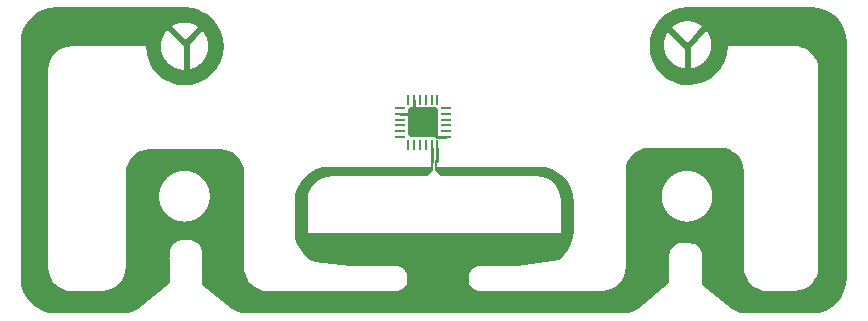
<source format=gbr>
G04 #@! TF.GenerationSoftware,KiCad,Pcbnew,6.0.9-8da3e8f707~117~ubuntu20.04.1*
G04 #@! TF.CreationDate,2022-12-15T16:30:04+01:00*
G04 #@! TF.ProjectId,picsyle-R_temperature_915,70696373-796c-4652-9d52-5f74656d7065,rev?*
G04 #@! TF.SameCoordinates,Original*
G04 #@! TF.FileFunction,Copper,L1,Top*
G04 #@! TF.FilePolarity,Positive*
%FSLAX46Y46*%
G04 Gerber Fmt 4.6, Leading zero omitted, Abs format (unit mm)*
G04 Created by KiCad (PCBNEW 6.0.9-8da3e8f707~117~ubuntu20.04.1) date 2022-12-15 16:30:04*
%MOMM*%
%LPD*%
G01*
G04 APERTURE LIST*
G04 Aperture macros list*
%AMRoundRect*
0 Rectangle with rounded corners*
0 $1 Rounding radius*
0 $2 $3 $4 $5 $6 $7 $8 $9 X,Y pos of 4 corners*
0 Add a 4 corners polygon primitive as box body*
4,1,4,$2,$3,$4,$5,$6,$7,$8,$9,$2,$3,0*
0 Add four circle primitives for the rounded corners*
1,1,$1+$1,$2,$3*
1,1,$1+$1,$4,$5*
1,1,$1+$1,$6,$7*
1,1,$1+$1,$8,$9*
0 Add four rect primitives between the rounded corners*
20,1,$1+$1,$2,$3,$4,$5,0*
20,1,$1+$1,$4,$5,$6,$7,0*
20,1,$1+$1,$6,$7,$8,$9,0*
20,1,$1+$1,$8,$9,$2,$3,0*%
G04 Aperture macros list end*
G04 #@! TA.AperFunction,SMDPad,CuDef*
%ADD10R,0.175000X0.500000*%
G04 #@! TD*
G04 #@! TA.AperFunction,SMDPad,CuDef*
%ADD11RoundRect,0.062500X0.062500X-0.350000X0.062500X0.350000X-0.062500X0.350000X-0.062500X-0.350000X0*%
G04 #@! TD*
G04 #@! TA.AperFunction,SMDPad,CuDef*
%ADD12R,0.250000X0.825000*%
G04 #@! TD*
G04 #@! TA.AperFunction,SMDPad,CuDef*
%ADD13RoundRect,0.062500X0.350000X-0.062500X0.350000X0.062500X-0.350000X0.062500X-0.350000X-0.062500X0*%
G04 #@! TD*
G04 #@! TA.AperFunction,SMDPad,CuDef*
%ADD14RoundRect,0.240000X1.010000X-1.010000X1.010000X1.010000X-1.010000X1.010000X-1.010000X-1.010000X0*%
G04 #@! TD*
G04 #@! TA.AperFunction,Conductor*
%ADD15C,0.250000*%
G04 #@! TD*
G04 APERTURE END LIST*
G36*
X68599000Y-38796000D02*
G01*
X68586000Y-38672000D01*
X68599000Y-38539000D01*
X68599000Y-38796000D01*
G37*
G36*
X44942000Y-38559000D02*
G01*
X44955000Y-38679000D01*
X44941000Y-38817000D01*
X44941000Y-38539000D01*
X44942000Y-38559000D01*
G37*
G36*
X32334000Y-25596000D02*
G01*
X32333000Y-25594000D01*
X32329000Y-25590000D01*
X32327000Y-25589000D01*
X32325000Y-25589000D01*
X32323000Y-25588000D01*
X26063000Y-25588000D01*
X25675000Y-25629000D01*
X25674000Y-25629000D01*
X25673000Y-25630000D01*
X25300000Y-25745000D01*
X25299000Y-25746000D01*
X25297000Y-25746000D01*
X24954000Y-25932000D01*
X24953000Y-25933000D01*
X24952000Y-25933000D01*
X24651000Y-26182000D01*
X24649000Y-26184000D01*
X24403000Y-26486000D01*
X24401000Y-26488000D01*
X24401000Y-26489000D01*
X24218000Y-26833000D01*
X24217000Y-26834000D01*
X24217000Y-26836000D01*
X24104000Y-27209000D01*
X24104000Y-27212000D01*
X24066000Y-27600000D01*
X24065000Y-27601000D01*
X24065000Y-44313000D01*
X24066000Y-44327000D01*
X24066000Y-44328000D01*
X24106000Y-44716000D01*
X24107000Y-44717000D01*
X24107000Y-44719000D01*
X24222000Y-45091000D01*
X24223000Y-45093000D01*
X24223000Y-45094000D01*
X24409000Y-45437000D01*
X24410000Y-45438000D01*
X24410000Y-45439000D01*
X24659000Y-45740000D01*
X24661000Y-45742000D01*
X24964000Y-45989000D01*
X24965000Y-45989000D01*
X24966000Y-45990000D01*
X25310000Y-46173000D01*
X25311000Y-46174000D01*
X25313000Y-46174000D01*
X25686000Y-46287000D01*
X25688000Y-46287000D01*
X25689000Y-46288000D01*
X26077000Y-46326000D01*
X28651000Y-46326000D01*
X29039000Y-46285000D01*
X29040000Y-46285000D01*
X29041000Y-46284000D01*
X29414000Y-46169000D01*
X29415000Y-46168000D01*
X29417000Y-46168000D01*
X29760000Y-45982000D01*
X29761000Y-45982000D01*
X29762000Y-45981000D01*
X30063000Y-45732000D01*
X30065000Y-45730000D01*
X30311000Y-45428000D01*
X30313000Y-45426000D01*
X30313000Y-45425000D01*
X30496000Y-45081000D01*
X30497000Y-45080000D01*
X30497000Y-45078000D01*
X30610000Y-44705000D01*
X30610000Y-44702000D01*
X30649000Y-44314000D01*
X30649000Y-38305000D01*
X33468000Y-38305000D01*
X33468300Y-38342400D01*
X33469300Y-38379800D01*
X33470900Y-38417200D01*
X33473200Y-38454500D01*
X33476200Y-38491800D01*
X33479700Y-38529000D01*
X33484000Y-38566200D01*
X33488900Y-38603200D01*
X33494400Y-38640200D01*
X33500600Y-38677100D01*
X33507400Y-38713900D01*
X33514800Y-38750600D01*
X33522900Y-38787100D01*
X33531700Y-38823400D01*
X33541000Y-38859600D01*
X33551000Y-38895700D01*
X33561600Y-38931600D01*
X33572900Y-38967200D01*
X33584800Y-39002700D01*
X33597200Y-39037900D01*
X33610300Y-39073000D01*
X33624000Y-39107800D01*
X33638400Y-39142300D01*
X33653300Y-39176600D01*
X33668800Y-39210700D01*
X33684900Y-39244400D01*
X33701600Y-39277900D01*
X33718800Y-39311100D01*
X33736700Y-39343900D01*
X33755100Y-39376500D01*
X33774100Y-39408700D01*
X33793600Y-39440600D01*
X33813700Y-39472200D01*
X33834400Y-39503400D01*
X33855600Y-39534200D01*
X33877300Y-39564600D01*
X33899500Y-39594700D01*
X33922300Y-39624400D01*
X33945600Y-39653600D01*
X33969400Y-39682500D01*
X33993700Y-39710900D01*
X34018400Y-39738900D01*
X34043700Y-39766500D01*
X34069500Y-39793700D01*
X34095700Y-39820300D01*
X34122300Y-39846500D01*
X34149500Y-39872300D01*
X34177100Y-39897600D01*
X34205100Y-39922300D01*
X34233500Y-39946600D01*
X34262400Y-39970400D01*
X34291600Y-39993700D01*
X34321300Y-40016500D01*
X34351400Y-40038700D01*
X34381800Y-40060400D01*
X34412600Y-40081600D01*
X34443800Y-40102300D01*
X34475400Y-40122400D01*
X34507300Y-40141900D01*
X34539500Y-40160900D01*
X34572100Y-40179300D01*
X34604900Y-40197200D01*
X34638100Y-40214400D01*
X34671600Y-40231100D01*
X34705300Y-40247200D01*
X34739400Y-40262700D01*
X34773700Y-40277600D01*
X34808200Y-40292000D01*
X34843000Y-40305700D01*
X34878100Y-40318800D01*
X34913300Y-40331200D01*
X34948800Y-40343100D01*
X34984400Y-40354400D01*
X35020300Y-40365000D01*
X35056400Y-40375000D01*
X35092600Y-40384300D01*
X35128900Y-40393100D01*
X35165400Y-40401200D01*
X35202100Y-40408600D01*
X35238900Y-40415400D01*
X35275800Y-40421600D01*
X35312800Y-40427100D01*
X35349800Y-40432000D01*
X35387000Y-40436300D01*
X35424200Y-40439800D01*
X35461500Y-40442800D01*
X35498800Y-40445100D01*
X35536200Y-40446700D01*
X35573600Y-40447700D01*
X35611000Y-40448000D01*
X35648400Y-40447700D01*
X35685800Y-40446700D01*
X35723200Y-40445100D01*
X35760500Y-40442800D01*
X35797800Y-40439800D01*
X35835000Y-40436300D01*
X35872200Y-40432000D01*
X35909200Y-40427100D01*
X35946200Y-40421600D01*
X35983100Y-40415400D01*
X36019900Y-40408600D01*
X36056600Y-40401200D01*
X36093100Y-40393100D01*
X36129400Y-40384300D01*
X36165600Y-40375000D01*
X36201700Y-40365000D01*
X36237600Y-40354400D01*
X36273200Y-40343100D01*
X36308700Y-40331200D01*
X36343900Y-40318800D01*
X36379000Y-40305700D01*
X36413800Y-40292000D01*
X36448300Y-40277600D01*
X36482600Y-40262700D01*
X36516700Y-40247200D01*
X36550400Y-40231100D01*
X36583900Y-40214400D01*
X36617100Y-40197200D01*
X36649900Y-40179300D01*
X36682500Y-40160900D01*
X36714700Y-40141900D01*
X36746600Y-40122400D01*
X36778200Y-40102300D01*
X36809400Y-40081600D01*
X36840200Y-40060400D01*
X36870600Y-40038700D01*
X36900700Y-40016500D01*
X36930400Y-39993700D01*
X36959600Y-39970400D01*
X36988500Y-39946600D01*
X37016900Y-39922300D01*
X37044900Y-39897600D01*
X37072500Y-39872300D01*
X37099700Y-39846500D01*
X37126300Y-39820300D01*
X37152500Y-39793700D01*
X37178300Y-39766500D01*
X37203600Y-39738900D01*
X37228300Y-39710900D01*
X37252600Y-39682500D01*
X37276400Y-39653600D01*
X37299700Y-39624400D01*
X37322500Y-39594700D01*
X37344700Y-39564600D01*
X37366400Y-39534200D01*
X37387600Y-39503400D01*
X37408300Y-39472200D01*
X37428400Y-39440600D01*
X37447900Y-39408700D01*
X37466900Y-39376500D01*
X37485300Y-39343900D01*
X37503200Y-39311100D01*
X37520400Y-39277900D01*
X37537100Y-39244400D01*
X37553200Y-39210700D01*
X37568700Y-39176600D01*
X37583600Y-39142300D01*
X37598000Y-39107800D01*
X37611700Y-39073000D01*
X37624800Y-39037900D01*
X37637200Y-39002700D01*
X37649100Y-38967200D01*
X37660400Y-38931600D01*
X37671000Y-38895700D01*
X37681000Y-38859600D01*
X37690300Y-38823400D01*
X37699100Y-38787100D01*
X37707200Y-38750600D01*
X37714600Y-38713900D01*
X37721400Y-38677100D01*
X37727600Y-38640200D01*
X37733100Y-38603200D01*
X37738000Y-38566200D01*
X37742300Y-38529000D01*
X37745800Y-38491800D01*
X37748800Y-38454500D01*
X37751100Y-38417200D01*
X37752700Y-38379800D01*
X37753700Y-38342400D01*
X37754000Y-38305000D01*
X37753700Y-38267600D01*
X37752700Y-38230200D01*
X37751100Y-38192800D01*
X37748800Y-38155500D01*
X37745800Y-38118200D01*
X37742300Y-38081000D01*
X37738000Y-38043800D01*
X37733100Y-38006800D01*
X37727600Y-37969800D01*
X37721400Y-37932900D01*
X37714600Y-37896100D01*
X37707200Y-37859400D01*
X37699100Y-37822900D01*
X37690300Y-37786600D01*
X37681000Y-37750400D01*
X37671000Y-37714300D01*
X37660400Y-37678400D01*
X37649100Y-37642800D01*
X37637200Y-37607300D01*
X37624800Y-37572100D01*
X37611700Y-37537000D01*
X37598000Y-37502200D01*
X37583600Y-37467700D01*
X37568700Y-37433400D01*
X37553200Y-37399300D01*
X37537100Y-37365600D01*
X37520400Y-37332100D01*
X37503200Y-37298900D01*
X37485300Y-37266100D01*
X37466900Y-37233500D01*
X37447900Y-37201300D01*
X37428400Y-37169400D01*
X37408300Y-37137800D01*
X37387600Y-37106600D01*
X37366400Y-37075800D01*
X37344700Y-37045400D01*
X37322500Y-37015300D01*
X37299700Y-36985600D01*
X37276400Y-36956400D01*
X37252600Y-36927500D01*
X37228300Y-36899100D01*
X37203600Y-36871100D01*
X37178300Y-36843500D01*
X37152500Y-36816300D01*
X37126300Y-36789700D01*
X37099700Y-36763500D01*
X37072500Y-36737700D01*
X37044900Y-36712400D01*
X37016900Y-36687700D01*
X36988500Y-36663400D01*
X36959600Y-36639600D01*
X36930400Y-36616300D01*
X36900700Y-36593500D01*
X36870600Y-36571300D01*
X36840200Y-36549600D01*
X36809400Y-36528400D01*
X36778200Y-36507700D01*
X36746600Y-36487600D01*
X36714700Y-36468100D01*
X36682500Y-36449100D01*
X36649900Y-36430700D01*
X36617100Y-36412800D01*
X36583900Y-36395600D01*
X36550400Y-36378900D01*
X36516700Y-36362800D01*
X36482600Y-36347300D01*
X36448300Y-36332400D01*
X36413800Y-36318000D01*
X36379000Y-36304300D01*
X36343900Y-36291200D01*
X36308700Y-36278800D01*
X36273200Y-36266900D01*
X36237600Y-36255600D01*
X36201700Y-36245000D01*
X36165600Y-36235000D01*
X36129400Y-36225700D01*
X36093100Y-36216900D01*
X36056600Y-36208800D01*
X36019900Y-36201400D01*
X35983100Y-36194600D01*
X35946200Y-36188400D01*
X35909200Y-36182900D01*
X35872200Y-36178000D01*
X35835000Y-36173700D01*
X35797800Y-36170200D01*
X35760500Y-36167200D01*
X35723200Y-36164900D01*
X35685800Y-36163300D01*
X35648400Y-36162300D01*
X35611000Y-36162000D01*
X35573600Y-36162300D01*
X35536200Y-36163300D01*
X35498800Y-36164900D01*
X35461500Y-36167200D01*
X35424200Y-36170200D01*
X35387000Y-36173700D01*
X35349800Y-36178000D01*
X35312800Y-36182900D01*
X35275800Y-36188400D01*
X35238900Y-36194600D01*
X35202100Y-36201400D01*
X35165400Y-36208800D01*
X35128900Y-36216900D01*
X35092600Y-36225700D01*
X35056400Y-36235000D01*
X35020300Y-36245000D01*
X34984400Y-36255600D01*
X34948800Y-36266900D01*
X34913300Y-36278800D01*
X34878100Y-36291200D01*
X34843000Y-36304300D01*
X34808200Y-36318000D01*
X34773700Y-36332400D01*
X34739400Y-36347300D01*
X34705300Y-36362800D01*
X34671600Y-36378900D01*
X34638100Y-36395600D01*
X34604900Y-36412800D01*
X34572100Y-36430700D01*
X34539500Y-36449100D01*
X34507300Y-36468100D01*
X34475400Y-36487600D01*
X34443800Y-36507700D01*
X34412600Y-36528400D01*
X34381800Y-36549600D01*
X34351400Y-36571300D01*
X34321300Y-36593500D01*
X34291600Y-36616300D01*
X34262400Y-36639600D01*
X34233500Y-36663400D01*
X34205100Y-36687700D01*
X34177100Y-36712400D01*
X34149500Y-36737700D01*
X34122300Y-36763500D01*
X34095700Y-36789700D01*
X34069500Y-36816300D01*
X34043700Y-36843500D01*
X34018400Y-36871100D01*
X33993700Y-36899100D01*
X33969400Y-36927500D01*
X33945600Y-36956400D01*
X33922300Y-36985600D01*
X33899500Y-37015300D01*
X33877300Y-37045400D01*
X33855600Y-37075800D01*
X33834400Y-37106600D01*
X33813700Y-37137800D01*
X33793600Y-37169400D01*
X33774100Y-37201300D01*
X33755100Y-37233500D01*
X33736700Y-37266100D01*
X33718800Y-37298900D01*
X33701600Y-37332100D01*
X33684900Y-37365600D01*
X33668800Y-37399300D01*
X33653300Y-37433400D01*
X33638400Y-37467700D01*
X33624000Y-37502200D01*
X33610300Y-37537000D01*
X33597200Y-37572100D01*
X33584800Y-37607300D01*
X33572900Y-37642800D01*
X33561600Y-37678400D01*
X33551000Y-37714300D01*
X33541000Y-37750400D01*
X33531700Y-37786600D01*
X33522900Y-37822900D01*
X33514800Y-37859400D01*
X33507400Y-37896100D01*
X33500600Y-37932900D01*
X33494400Y-37969800D01*
X33488900Y-38006800D01*
X33484000Y-38043800D01*
X33479700Y-38081000D01*
X33476200Y-38118200D01*
X33473200Y-38155500D01*
X33470900Y-38192800D01*
X33469300Y-38230200D01*
X33468300Y-38267600D01*
X33468000Y-38305000D01*
X30649000Y-38305000D01*
X30649000Y-36333000D01*
X30686000Y-35946000D01*
X30799000Y-35575000D01*
X30981000Y-35233000D01*
X31226000Y-34932000D01*
X31524000Y-34685000D01*
X31865000Y-34501000D01*
X32236000Y-34386000D01*
X32622000Y-34346000D01*
X36928000Y-34346000D01*
X38668000Y-34345000D01*
X39055000Y-34383000D01*
X39426000Y-34495000D01*
X39769000Y-34677000D01*
X40069000Y-34922000D01*
X40316000Y-35220000D01*
X40501000Y-35561000D01*
X40616000Y-35932000D01*
X40656000Y-36318000D01*
X40656000Y-44313000D01*
X40657000Y-44327000D01*
X40657000Y-44328000D01*
X40697000Y-44716000D01*
X40698000Y-44717000D01*
X40698000Y-44719000D01*
X40813000Y-45091000D01*
X40814000Y-45093000D01*
X40814000Y-45094000D01*
X41000000Y-45437000D01*
X41001000Y-45438000D01*
X41001000Y-45439000D01*
X41250000Y-45740000D01*
X41252000Y-45742000D01*
X41555000Y-45989000D01*
X41556000Y-45989000D01*
X41557000Y-45990000D01*
X41901000Y-46173000D01*
X41902000Y-46174000D01*
X41904000Y-46174000D01*
X42277000Y-46287000D01*
X42279000Y-46287000D01*
X42280000Y-46288000D01*
X42668000Y-46326000D01*
X53490000Y-46326000D01*
X53684000Y-46305000D01*
X53687000Y-46305000D01*
X53873000Y-46247000D01*
X53874000Y-46247000D01*
X53876000Y-46246000D01*
X54047000Y-46153000D01*
X54048000Y-46153000D01*
X54049000Y-46152000D01*
X54050000Y-46152000D01*
X54200000Y-46027000D01*
X54201000Y-46026000D01*
X54202000Y-46026000D01*
X54202000Y-46025000D01*
X54325000Y-45874000D01*
X54326000Y-45873000D01*
X54326000Y-45872000D01*
X54418000Y-45700000D01*
X54419000Y-45699000D01*
X54419000Y-45697000D01*
X54475000Y-45511000D01*
X54476000Y-45509000D01*
X54476000Y-45508000D01*
X54495000Y-45314000D01*
X54495000Y-45201000D01*
X54475000Y-45007000D01*
X54474000Y-45006000D01*
X54474000Y-45004000D01*
X54416000Y-44818000D01*
X54416000Y-44817000D01*
X54415000Y-44816000D01*
X54415000Y-44815000D01*
X54323000Y-44644000D01*
X54321000Y-44642000D01*
X54197000Y-44491000D01*
X54196000Y-44490000D01*
X54195000Y-44490000D01*
X54195000Y-44489000D01*
X54044000Y-44366000D01*
X54043000Y-44365000D01*
X54041000Y-44365000D01*
X53869000Y-44273000D01*
X53868000Y-44273000D01*
X53867000Y-44272000D01*
X53680000Y-44216000D01*
X53679000Y-44215000D01*
X53677000Y-44215000D01*
X53483000Y-44196000D01*
X49679000Y-44196000D01*
X46655000Y-43899000D01*
X46276000Y-43697000D01*
X45825000Y-43329000D01*
X45453000Y-42879000D01*
X45176000Y-42367000D01*
X45004000Y-41810000D01*
X44943000Y-41229000D01*
X44942000Y-41209000D01*
X44942000Y-38791000D01*
X44999000Y-38210000D01*
X45168000Y-37652000D01*
X45442000Y-37137000D01*
X45810000Y-36686000D01*
X46259000Y-36314000D01*
X46772000Y-36037000D01*
X47329000Y-35864000D01*
X47909000Y-35803000D01*
X56499000Y-35803000D01*
X56501000Y-35802000D01*
X56504000Y-35801000D01*
X56506000Y-35800000D01*
X56507000Y-35798000D01*
X56509000Y-35795000D01*
X56509000Y-35793000D01*
X56510000Y-35790000D01*
X56509000Y-35790000D01*
X56509000Y-35340000D01*
X56683000Y-35340000D01*
X56683000Y-36114000D01*
X56191000Y-36606000D01*
X48080000Y-36606000D01*
X47708000Y-36641000D01*
X47707000Y-36642000D01*
X47706000Y-36642000D01*
X47331000Y-36751000D01*
X47330000Y-36752000D01*
X47329000Y-36752000D01*
X46983000Y-36933000D01*
X46982000Y-36933000D01*
X46981000Y-36934000D01*
X46590000Y-37268000D01*
X46588000Y-37270000D01*
X46364000Y-37569000D01*
X46364000Y-37570000D01*
X46363000Y-37571000D01*
X46199000Y-37906000D01*
X46199000Y-37907000D01*
X46198000Y-37908000D01*
X46111000Y-38206000D01*
X46111000Y-38374000D01*
X46068000Y-38711000D01*
X46068000Y-39002000D01*
X46065000Y-39002000D01*
X46065000Y-40938000D01*
X46068000Y-40938000D01*
X46068000Y-41387000D01*
X67474000Y-41387000D01*
X67474000Y-40936000D01*
X67477000Y-40936000D01*
X67477000Y-38818000D01*
X67474000Y-38818000D01*
X67474000Y-38711000D01*
X67496000Y-38711000D01*
X67432000Y-38209000D01*
X67431000Y-38207000D01*
X67431000Y-38206000D01*
X67344000Y-37908000D01*
X67344000Y-37907000D01*
X67343000Y-37906000D01*
X67180000Y-37571000D01*
X67178000Y-37569000D01*
X66955000Y-37270000D01*
X66954000Y-37270000D01*
X66953000Y-37268000D01*
X66562000Y-36934000D01*
X66560000Y-36933000D01*
X66229000Y-36759000D01*
X66228000Y-36758000D01*
X66227000Y-36758000D01*
X65853000Y-36645000D01*
X65851000Y-36645000D01*
X65851000Y-36644000D01*
X65462000Y-36606000D01*
X57352000Y-36606000D01*
X56859000Y-36114000D01*
X56859000Y-35340000D01*
X57033000Y-35340000D01*
X57033000Y-35793000D01*
X57034000Y-35795000D01*
X57035000Y-35798000D01*
X57037000Y-35800000D01*
X57039000Y-35801000D01*
X57041000Y-35803000D01*
X57044000Y-35803000D01*
X57046000Y-35804000D01*
X57133000Y-35804000D01*
X65613000Y-35803000D01*
X66193000Y-35860000D01*
X66751000Y-36029000D01*
X67266000Y-36303000D01*
X67718000Y-36671000D01*
X68089000Y-37120000D01*
X68367000Y-37633000D01*
X68539000Y-38190000D01*
X68600000Y-38770000D01*
X68600000Y-41209000D01*
X68543000Y-41789000D01*
X68375000Y-42347000D01*
X68101000Y-42862000D01*
X67733000Y-43314000D01*
X67283000Y-43685000D01*
X63735000Y-44196000D01*
X60670000Y-44196000D01*
X60476000Y-44217000D01*
X60474000Y-44217000D01*
X60287000Y-44275000D01*
X60286000Y-44275000D01*
X60285000Y-44276000D01*
X60113000Y-44369000D01*
X60112000Y-44369000D01*
X60111000Y-44370000D01*
X59961000Y-44494000D01*
X59959000Y-44496000D01*
X59836000Y-44647000D01*
X59834000Y-44649000D01*
X59834000Y-44650000D01*
X59742000Y-44822000D01*
X59742000Y-44824000D01*
X59685000Y-45011000D01*
X59685000Y-45014000D01*
X59666000Y-45208000D01*
X59665000Y-45209000D01*
X59665000Y-45313000D01*
X59666000Y-45320000D01*
X59666000Y-45321000D01*
X59686000Y-45515000D01*
X59686000Y-45517000D01*
X59687000Y-45517000D01*
X59744000Y-45704000D01*
X59745000Y-45705000D01*
X59745000Y-45706000D01*
X59838000Y-45878000D01*
X59839000Y-45879000D01*
X59839000Y-45880000D01*
X59964000Y-46031000D01*
X59965000Y-46031000D01*
X59966000Y-46032000D01*
X60117000Y-46156000D01*
X60118000Y-46156000D01*
X60119000Y-46157000D01*
X60291000Y-46249000D01*
X60293000Y-46249000D01*
X60294000Y-46250000D01*
X60481000Y-46306000D01*
X60482000Y-46306000D01*
X60483000Y-46307000D01*
X60677000Y-46326000D01*
X70967000Y-46326000D01*
X71355000Y-46285000D01*
X71356000Y-46285000D01*
X71357000Y-46284000D01*
X71730000Y-46169000D01*
X71731000Y-46168000D01*
X71733000Y-46168000D01*
X72076000Y-45982000D01*
X72077000Y-45982000D01*
X72078000Y-45981000D01*
X72379000Y-45732000D01*
X72381000Y-45730000D01*
X72627000Y-45428000D01*
X72629000Y-45426000D01*
X72629000Y-45425000D01*
X72812000Y-45081000D01*
X72813000Y-45080000D01*
X72813000Y-45078000D01*
X72926000Y-44705000D01*
X72926000Y-44702000D01*
X72965000Y-44314000D01*
X72965000Y-38305000D01*
X76019000Y-38305000D01*
X76019300Y-38342400D01*
X76020300Y-38379800D01*
X76021900Y-38417200D01*
X76024200Y-38454500D01*
X76027200Y-38491800D01*
X76030700Y-38529000D01*
X76035000Y-38566200D01*
X76039900Y-38603200D01*
X76045400Y-38640200D01*
X76051600Y-38677100D01*
X76058400Y-38713900D01*
X76065800Y-38750600D01*
X76073900Y-38787100D01*
X76082700Y-38823400D01*
X76092000Y-38859600D01*
X76102000Y-38895700D01*
X76112600Y-38931600D01*
X76123900Y-38967200D01*
X76135800Y-39002700D01*
X76148200Y-39037900D01*
X76161300Y-39073000D01*
X76175000Y-39107800D01*
X76189400Y-39142300D01*
X76204300Y-39176600D01*
X76219800Y-39210700D01*
X76235900Y-39244400D01*
X76252600Y-39277900D01*
X76269800Y-39311100D01*
X76287700Y-39343900D01*
X76306100Y-39376500D01*
X76325100Y-39408700D01*
X76344600Y-39440600D01*
X76364700Y-39472200D01*
X76385400Y-39503400D01*
X76406600Y-39534200D01*
X76428300Y-39564600D01*
X76450500Y-39594700D01*
X76473300Y-39624400D01*
X76496600Y-39653600D01*
X76520400Y-39682500D01*
X76544700Y-39710900D01*
X76569400Y-39738900D01*
X76594700Y-39766500D01*
X76620500Y-39793700D01*
X76646700Y-39820300D01*
X76673300Y-39846500D01*
X76700500Y-39872300D01*
X76728100Y-39897600D01*
X76756100Y-39922300D01*
X76784500Y-39946600D01*
X76813400Y-39970400D01*
X76842600Y-39993700D01*
X76872300Y-40016500D01*
X76902400Y-40038700D01*
X76932800Y-40060400D01*
X76963600Y-40081600D01*
X76994800Y-40102300D01*
X77026400Y-40122400D01*
X77058300Y-40141900D01*
X77090500Y-40160900D01*
X77123100Y-40179300D01*
X77155900Y-40197200D01*
X77189100Y-40214400D01*
X77222600Y-40231100D01*
X77256300Y-40247200D01*
X77290400Y-40262700D01*
X77324700Y-40277600D01*
X77359200Y-40292000D01*
X77394000Y-40305700D01*
X77429100Y-40318800D01*
X77464300Y-40331200D01*
X77499800Y-40343100D01*
X77535400Y-40354400D01*
X77571300Y-40365000D01*
X77607400Y-40375000D01*
X77643600Y-40384300D01*
X77679900Y-40393100D01*
X77716400Y-40401200D01*
X77753100Y-40408600D01*
X77789900Y-40415400D01*
X77826800Y-40421600D01*
X77863800Y-40427100D01*
X77900800Y-40432000D01*
X77938000Y-40436300D01*
X77975200Y-40439800D01*
X78012500Y-40442800D01*
X78049800Y-40445100D01*
X78087200Y-40446700D01*
X78124600Y-40447700D01*
X78162000Y-40448000D01*
X78199400Y-40447700D01*
X78236800Y-40446700D01*
X78274200Y-40445100D01*
X78311500Y-40442800D01*
X78348800Y-40439800D01*
X78386000Y-40436300D01*
X78423200Y-40432000D01*
X78460200Y-40427100D01*
X78497200Y-40421600D01*
X78534100Y-40415400D01*
X78570900Y-40408600D01*
X78607600Y-40401200D01*
X78644100Y-40393100D01*
X78680400Y-40384300D01*
X78716600Y-40375000D01*
X78752700Y-40365000D01*
X78788600Y-40354400D01*
X78824200Y-40343100D01*
X78859700Y-40331200D01*
X78894900Y-40318800D01*
X78930000Y-40305700D01*
X78964800Y-40292000D01*
X78999300Y-40277600D01*
X79033600Y-40262700D01*
X79067700Y-40247200D01*
X79101400Y-40231100D01*
X79134900Y-40214400D01*
X79168100Y-40197200D01*
X79200900Y-40179300D01*
X79233500Y-40160900D01*
X79265700Y-40141900D01*
X79297600Y-40122400D01*
X79329200Y-40102300D01*
X79360400Y-40081600D01*
X79391200Y-40060400D01*
X79421600Y-40038700D01*
X79451700Y-40016500D01*
X79481400Y-39993700D01*
X79510600Y-39970400D01*
X79539500Y-39946600D01*
X79567900Y-39922300D01*
X79595900Y-39897600D01*
X79623500Y-39872300D01*
X79650700Y-39846500D01*
X79677300Y-39820300D01*
X79703500Y-39793700D01*
X79729300Y-39766500D01*
X79754600Y-39738900D01*
X79779300Y-39710900D01*
X79803600Y-39682500D01*
X79827400Y-39653600D01*
X79850700Y-39624400D01*
X79873500Y-39594700D01*
X79895700Y-39564600D01*
X79917400Y-39534200D01*
X79938600Y-39503400D01*
X79959300Y-39472200D01*
X79979400Y-39440600D01*
X79998900Y-39408700D01*
X80017900Y-39376500D01*
X80036300Y-39343900D01*
X80054200Y-39311100D01*
X80071400Y-39277900D01*
X80088100Y-39244400D01*
X80104200Y-39210700D01*
X80119700Y-39176600D01*
X80134600Y-39142300D01*
X80149000Y-39107800D01*
X80162700Y-39073000D01*
X80175800Y-39037900D01*
X80188200Y-39002700D01*
X80200100Y-38967200D01*
X80211400Y-38931600D01*
X80222000Y-38895700D01*
X80232000Y-38859600D01*
X80241300Y-38823400D01*
X80250100Y-38787100D01*
X80258200Y-38750600D01*
X80265600Y-38713900D01*
X80272400Y-38677100D01*
X80278600Y-38640200D01*
X80284100Y-38603200D01*
X80289000Y-38566200D01*
X80293300Y-38529000D01*
X80296800Y-38491800D01*
X80299800Y-38454500D01*
X80302100Y-38417200D01*
X80303700Y-38379800D01*
X80304700Y-38342400D01*
X80305000Y-38305000D01*
X80304700Y-38267600D01*
X80303700Y-38230200D01*
X80302100Y-38192800D01*
X80299800Y-38155500D01*
X80296800Y-38118200D01*
X80293300Y-38081000D01*
X80289000Y-38043800D01*
X80284100Y-38006800D01*
X80278600Y-37969800D01*
X80272400Y-37932900D01*
X80265600Y-37896100D01*
X80258200Y-37859400D01*
X80250100Y-37822900D01*
X80241300Y-37786600D01*
X80232000Y-37750400D01*
X80222000Y-37714300D01*
X80211400Y-37678400D01*
X80200100Y-37642800D01*
X80188200Y-37607300D01*
X80175800Y-37572100D01*
X80162700Y-37537000D01*
X80149000Y-37502200D01*
X80134600Y-37467700D01*
X80119700Y-37433400D01*
X80104200Y-37399300D01*
X80088100Y-37365600D01*
X80071400Y-37332100D01*
X80054200Y-37298900D01*
X80036300Y-37266100D01*
X80017900Y-37233500D01*
X79998900Y-37201300D01*
X79979400Y-37169400D01*
X79959300Y-37137800D01*
X79938600Y-37106600D01*
X79917400Y-37075800D01*
X79895700Y-37045400D01*
X79873500Y-37015300D01*
X79850700Y-36985600D01*
X79827400Y-36956400D01*
X79803600Y-36927500D01*
X79779300Y-36899100D01*
X79754600Y-36871100D01*
X79729300Y-36843500D01*
X79703500Y-36816300D01*
X79677300Y-36789700D01*
X79650700Y-36763500D01*
X79623500Y-36737700D01*
X79595900Y-36712400D01*
X79567900Y-36687700D01*
X79539500Y-36663400D01*
X79510600Y-36639600D01*
X79481400Y-36616300D01*
X79451700Y-36593500D01*
X79421600Y-36571300D01*
X79391200Y-36549600D01*
X79360400Y-36528400D01*
X79329200Y-36507700D01*
X79297600Y-36487600D01*
X79265700Y-36468100D01*
X79233500Y-36449100D01*
X79200900Y-36430700D01*
X79168100Y-36412800D01*
X79134900Y-36395600D01*
X79101400Y-36378900D01*
X79067700Y-36362800D01*
X79033600Y-36347300D01*
X78999300Y-36332400D01*
X78964800Y-36318000D01*
X78930000Y-36304300D01*
X78894900Y-36291200D01*
X78859700Y-36278800D01*
X78824200Y-36266900D01*
X78788600Y-36255600D01*
X78752700Y-36245000D01*
X78716600Y-36235000D01*
X78680400Y-36225700D01*
X78644100Y-36216900D01*
X78607600Y-36208800D01*
X78570900Y-36201400D01*
X78534100Y-36194600D01*
X78497200Y-36188400D01*
X78460200Y-36182900D01*
X78423200Y-36178000D01*
X78386000Y-36173700D01*
X78348800Y-36170200D01*
X78311500Y-36167200D01*
X78274200Y-36164900D01*
X78236800Y-36163300D01*
X78199400Y-36162300D01*
X78162000Y-36162000D01*
X78124600Y-36162300D01*
X78087200Y-36163300D01*
X78049800Y-36164900D01*
X78012500Y-36167200D01*
X77975200Y-36170200D01*
X77938000Y-36173700D01*
X77900800Y-36178000D01*
X77863800Y-36182900D01*
X77826800Y-36188400D01*
X77789900Y-36194600D01*
X77753100Y-36201400D01*
X77716400Y-36208800D01*
X77679900Y-36216900D01*
X77643600Y-36225700D01*
X77607400Y-36235000D01*
X77571300Y-36245000D01*
X77535400Y-36255600D01*
X77499800Y-36266900D01*
X77464300Y-36278800D01*
X77429100Y-36291200D01*
X77394000Y-36304300D01*
X77359200Y-36318000D01*
X77324700Y-36332400D01*
X77290400Y-36347300D01*
X77256300Y-36362800D01*
X77222600Y-36378900D01*
X77189100Y-36395600D01*
X77155900Y-36412800D01*
X77123100Y-36430700D01*
X77090500Y-36449100D01*
X77058300Y-36468100D01*
X77026400Y-36487600D01*
X76994800Y-36507700D01*
X76963600Y-36528400D01*
X76932800Y-36549600D01*
X76902400Y-36571300D01*
X76872300Y-36593500D01*
X76842600Y-36616300D01*
X76813400Y-36639600D01*
X76784500Y-36663400D01*
X76756100Y-36687700D01*
X76728100Y-36712400D01*
X76700500Y-36737700D01*
X76673300Y-36763500D01*
X76646700Y-36789700D01*
X76620500Y-36816300D01*
X76594700Y-36843500D01*
X76569400Y-36871100D01*
X76544700Y-36899100D01*
X76520400Y-36927500D01*
X76496600Y-36956400D01*
X76473300Y-36985600D01*
X76450500Y-37015300D01*
X76428300Y-37045400D01*
X76406600Y-37075800D01*
X76385400Y-37106600D01*
X76364700Y-37137800D01*
X76344600Y-37169400D01*
X76325100Y-37201300D01*
X76306100Y-37233500D01*
X76287700Y-37266100D01*
X76269800Y-37298900D01*
X76252600Y-37332100D01*
X76235900Y-37365600D01*
X76219800Y-37399300D01*
X76204300Y-37433400D01*
X76189400Y-37467700D01*
X76175000Y-37502200D01*
X76161300Y-37537000D01*
X76148200Y-37572100D01*
X76135800Y-37607300D01*
X76123900Y-37642800D01*
X76112600Y-37678400D01*
X76102000Y-37714300D01*
X76092000Y-37750400D01*
X76082700Y-37786600D01*
X76073900Y-37822900D01*
X76065800Y-37859400D01*
X76058400Y-37896100D01*
X76051600Y-37932900D01*
X76045400Y-37969800D01*
X76039900Y-38006800D01*
X76035000Y-38043800D01*
X76030700Y-38081000D01*
X76027200Y-38118200D01*
X76024200Y-38155500D01*
X76021900Y-38192800D01*
X76020300Y-38230200D01*
X76019300Y-38267600D01*
X76019000Y-38305000D01*
X72965000Y-38305000D01*
X72965000Y-36180000D01*
X73002000Y-35793000D01*
X73115000Y-35422000D01*
X73297000Y-35080000D01*
X73542000Y-34779000D01*
X73840000Y-34532000D01*
X74181000Y-34348000D01*
X74552000Y-34233000D01*
X74938000Y-34193000D01*
X79244000Y-34193000D01*
X80984000Y-34192000D01*
X81371000Y-34230000D01*
X81742000Y-34342000D01*
X82085000Y-34524000D01*
X82385000Y-34769000D01*
X82632000Y-35067000D01*
X82817000Y-35408000D01*
X82932000Y-35779000D01*
X82972000Y-36165000D01*
X82972000Y-44313000D01*
X82973000Y-44327000D01*
X82973000Y-44328000D01*
X83013000Y-44716000D01*
X83014000Y-44717000D01*
X83014000Y-44719000D01*
X83129000Y-45091000D01*
X83130000Y-45093000D01*
X83130000Y-45094000D01*
X83316000Y-45437000D01*
X83317000Y-45438000D01*
X83317000Y-45439000D01*
X83566000Y-45740000D01*
X83568000Y-45742000D01*
X83871000Y-45989000D01*
X83872000Y-45989000D01*
X83873000Y-45990000D01*
X84217000Y-46173000D01*
X84218000Y-46174000D01*
X84220000Y-46174000D01*
X84593000Y-46287000D01*
X84595000Y-46287000D01*
X84596000Y-46288000D01*
X84984000Y-46326000D01*
X87292000Y-46326000D01*
X87680000Y-46285000D01*
X87681000Y-46285000D01*
X87682000Y-46284000D01*
X88055000Y-46169000D01*
X88056000Y-46168000D01*
X88058000Y-46168000D01*
X88401000Y-45982000D01*
X88402000Y-45982000D01*
X88403000Y-45981000D01*
X88704000Y-45732000D01*
X88706000Y-45730000D01*
X88952000Y-45428000D01*
X88954000Y-45426000D01*
X88954000Y-45425000D01*
X89137000Y-45081000D01*
X89138000Y-45080000D01*
X89138000Y-45078000D01*
X89251000Y-44705000D01*
X89251000Y-44702000D01*
X89290000Y-44314000D01*
X89290000Y-27588000D01*
X89289000Y-27587000D01*
X89289000Y-27586000D01*
X89249000Y-27198000D01*
X89248000Y-27197000D01*
X89248000Y-27195000D01*
X89133000Y-26823000D01*
X89132000Y-26821000D01*
X89132000Y-26820000D01*
X88946000Y-26477000D01*
X88945000Y-26476000D01*
X88945000Y-26475000D01*
X88696000Y-26174000D01*
X88694000Y-26172000D01*
X88392000Y-25925000D01*
X88391000Y-25925000D01*
X88390000Y-25924000D01*
X88389000Y-25924000D01*
X88045000Y-25741000D01*
X88044000Y-25740000D01*
X88042000Y-25740000D01*
X87669000Y-25627000D01*
X87668000Y-25627000D01*
X87666000Y-25626000D01*
X87278000Y-25588000D01*
X81615000Y-25588000D01*
X81614000Y-25589000D01*
X81612000Y-25589000D01*
X81609000Y-25590000D01*
X81607000Y-25592000D01*
X81606000Y-25594000D01*
X81604000Y-25596000D01*
X81604000Y-25600000D01*
X81540000Y-26244000D01*
X81354000Y-26862000D01*
X81051000Y-27432000D01*
X80643000Y-27932000D01*
X80146000Y-28343000D01*
X79578000Y-28650000D01*
X78961000Y-28841000D01*
X78319000Y-28908000D01*
X77677000Y-28850000D01*
X77058000Y-28668000D01*
X76486000Y-28369000D01*
X75983000Y-27964000D01*
X75568000Y-27470000D01*
X75257000Y-26904000D01*
X75062000Y-26289000D01*
X74990000Y-25648000D01*
X75004320Y-25477300D01*
X76209700Y-25477300D01*
X76209800Y-25512400D01*
X76210500Y-25547500D01*
X76211800Y-25582500D01*
X76213700Y-25617600D01*
X76216300Y-25652600D01*
X76219400Y-25687500D01*
X76223200Y-25722400D01*
X76227500Y-25757200D01*
X76232500Y-25792000D01*
X76238100Y-25826600D01*
X76244300Y-25861200D01*
X76251100Y-25895600D01*
X76258500Y-25929900D01*
X76266500Y-25964100D01*
X76275100Y-25998100D01*
X76284300Y-26032000D01*
X76294100Y-26065700D01*
X76304500Y-26099200D01*
X76315500Y-26132500D01*
X76327100Y-26165600D01*
X76339200Y-26198600D01*
X76351900Y-26231300D01*
X76365200Y-26263800D01*
X76379000Y-26296000D01*
X76393400Y-26328000D01*
X76408400Y-26359800D01*
X76423900Y-26391200D01*
X76440000Y-26422400D01*
X76456600Y-26453300D01*
X76473800Y-26483900D01*
X76491500Y-26514200D01*
X76509700Y-26544200D01*
X76528500Y-26573900D01*
X76547700Y-26603200D01*
X76567500Y-26632200D01*
X76587800Y-26660900D01*
X76608600Y-26689100D01*
X76629900Y-26717000D01*
X76651600Y-26744600D01*
X76673900Y-26771700D01*
X76696600Y-26798500D01*
X76719700Y-26824800D01*
X76743400Y-26850800D01*
X76767500Y-26876300D01*
X76792000Y-26901400D01*
X76817000Y-26926000D01*
X76842400Y-26950300D01*
X76868200Y-26974000D01*
X76894400Y-26997300D01*
X76921100Y-27020200D01*
X76948100Y-27042600D01*
X76975500Y-27064400D01*
X77003300Y-27085900D01*
X77031500Y-27106800D01*
X77060000Y-27127200D01*
X77088900Y-27147100D01*
X77118200Y-27166500D01*
X77147700Y-27185400D01*
X77177600Y-27203800D01*
X77207900Y-27221700D01*
X77238400Y-27239000D01*
X77269200Y-27255700D01*
X77300300Y-27272000D01*
X77331700Y-27287700D01*
X77363400Y-27302800D01*
X77395300Y-27317400D01*
X77427500Y-27331400D01*
X77459900Y-27344800D01*
X77492600Y-27357700D01*
X77525400Y-27370000D01*
X77558500Y-27381700D01*
X77591800Y-27392800D01*
X77625300Y-27403400D01*
X77658900Y-27413300D01*
X77692700Y-27422700D01*
X77726700Y-27431500D01*
X77760800Y-27439700D01*
X77795100Y-27447300D01*
X77829500Y-27454200D01*
X77864000Y-27460600D01*
X77898600Y-27466400D01*
X77933300Y-27471500D01*
X77968100Y-27476100D01*
X78003000Y-27480000D01*
X78003000Y-27470000D01*
X78501000Y-27470000D01*
X78535600Y-27464600D01*
X78570200Y-27458600D01*
X78604600Y-27452000D01*
X78638900Y-27444800D01*
X78673000Y-27436900D01*
X78707100Y-27428500D01*
X78740900Y-27419500D01*
X78774600Y-27409900D01*
X78808200Y-27399700D01*
X78841500Y-27389000D01*
X78874700Y-27377600D01*
X78907600Y-27365700D01*
X78940400Y-27353100D01*
X78972900Y-27340100D01*
X79005200Y-27326400D01*
X79037200Y-27312200D01*
X79069000Y-27297400D01*
X79100500Y-27282100D01*
X79131700Y-27266200D01*
X79162700Y-27249800D01*
X79193400Y-27232800D01*
X79223700Y-27215300D01*
X79253800Y-27197300D01*
X79283500Y-27178700D01*
X79312900Y-27159700D01*
X79342000Y-27140100D01*
X79370700Y-27120000D01*
X79399100Y-27099400D01*
X79427100Y-27078300D01*
X79454700Y-27056800D01*
X79481900Y-27034700D01*
X79508800Y-27012200D01*
X79535200Y-26989200D01*
X79561300Y-26965800D01*
X79586900Y-26941900D01*
X79612100Y-26917500D01*
X79636900Y-26892700D01*
X79661200Y-26867500D01*
X79685100Y-26841900D01*
X79708600Y-26815800D01*
X79731600Y-26789300D01*
X79754100Y-26762500D01*
X79776100Y-26735200D01*
X79797700Y-26707600D01*
X79818700Y-26679600D01*
X79839300Y-26651200D01*
X79859400Y-26622500D01*
X79879000Y-26593400D01*
X79898000Y-26564000D01*
X79916600Y-26534300D01*
X79934600Y-26504200D01*
X79952100Y-26473800D01*
X79969000Y-26443200D01*
X79985400Y-26412200D01*
X80001300Y-26380900D01*
X80016600Y-26349400D01*
X80031400Y-26317600D01*
X80045600Y-26285600D01*
X80059200Y-26253300D01*
X80072300Y-26220800D01*
X80084800Y-26188100D01*
X80096700Y-26155100D01*
X80108100Y-26121900D01*
X80118800Y-26088600D01*
X80129000Y-26055000D01*
X80138600Y-26021300D01*
X80147600Y-25987500D01*
X80156000Y-25953400D01*
X80163800Y-25919300D01*
X80171000Y-25885000D01*
X80177600Y-25850600D01*
X80183600Y-25816000D01*
X80189000Y-25781400D01*
X80193800Y-25746700D01*
X80197900Y-25711900D01*
X80201500Y-25677000D01*
X80204500Y-25642100D01*
X80206800Y-25607100D01*
X80208500Y-25572100D01*
X80209600Y-25537100D01*
X80210100Y-25502000D01*
X80210000Y-25467000D01*
X80209300Y-25432000D01*
X80208000Y-25396900D01*
X80206000Y-25361900D01*
X80203400Y-25327000D01*
X80200300Y-25292100D01*
X80196500Y-25257200D01*
X80192100Y-25222500D01*
X80187100Y-25187800D01*
X80181400Y-25153200D01*
X80175200Y-25118700D01*
X80168400Y-25084300D01*
X80161000Y-25050100D01*
X80152900Y-25016000D01*
X80144300Y-24982000D01*
X80135100Y-24948200D01*
X80125300Y-24914500D01*
X80114900Y-24881100D01*
X80103900Y-24847800D01*
X80092400Y-24814700D01*
X80080200Y-24781800D01*
X80067500Y-24749100D01*
X80054200Y-24716700D01*
X80040400Y-24684500D01*
X80026000Y-24652600D01*
X80011000Y-24620900D01*
X79995500Y-24589500D01*
X79979400Y-24558300D01*
X79962800Y-24527500D01*
X79945700Y-24496900D01*
X79928000Y-24466600D01*
X79909800Y-24436700D01*
X79891000Y-24407100D01*
X79871800Y-24377800D01*
X79852000Y-24348800D01*
X79831800Y-24320200D01*
X79811000Y-24292000D01*
X78501000Y-25778000D01*
X78501000Y-27470000D01*
X78003000Y-27470000D01*
X78003000Y-25845000D01*
X76543000Y-24385000D01*
X76523900Y-24414400D01*
X76505200Y-24444200D01*
X76487100Y-24474200D01*
X76469600Y-24504600D01*
X76452500Y-24535300D01*
X76436100Y-24566300D01*
X76420100Y-24597500D01*
X76404700Y-24629100D01*
X76389900Y-24660900D01*
X76375600Y-24692900D01*
X76361900Y-24725200D01*
X76348800Y-24757800D01*
X76336200Y-24790500D01*
X76324200Y-24823500D01*
X76312800Y-24856700D01*
X76301900Y-24890100D01*
X76291700Y-24923700D01*
X76282100Y-24957400D01*
X76273000Y-24991300D01*
X76264500Y-25025400D01*
X76256700Y-25059600D01*
X76249400Y-25093900D01*
X76242800Y-25128400D01*
X76236700Y-25162900D01*
X76231300Y-25197600D01*
X76226400Y-25232300D01*
X76222200Y-25267200D01*
X76218600Y-25302100D01*
X76215600Y-25337100D01*
X76213200Y-25372100D01*
X76211400Y-25407100D01*
X76210300Y-25442200D01*
X76209700Y-25477300D01*
X75004320Y-25477300D01*
X75044000Y-25004000D01*
X75222000Y-24384000D01*
X75416790Y-24005000D01*
X76871000Y-24005000D01*
X78214000Y-25348000D01*
X79463000Y-23932000D01*
X79435300Y-23910100D01*
X79407300Y-23888800D01*
X79378800Y-23867900D01*
X79350000Y-23847600D01*
X79320900Y-23827700D01*
X79291400Y-23808400D01*
X79261600Y-23789600D01*
X79231400Y-23771300D01*
X79200900Y-23753600D01*
X79170100Y-23736400D01*
X79139100Y-23719700D01*
X79107700Y-23703600D01*
X79076000Y-23688000D01*
X79044100Y-23673100D01*
X79012000Y-23658600D01*
X78979500Y-23644800D01*
X78946900Y-23631500D01*
X78914000Y-23618800D01*
X78880800Y-23606700D01*
X78847500Y-23595100D01*
X78814000Y-23584200D01*
X78780300Y-23573800D01*
X78746400Y-23564100D01*
X78712400Y-23554900D01*
X78678100Y-23546300D01*
X78643800Y-23538400D01*
X78609300Y-23531000D01*
X78574700Y-23524300D01*
X78540000Y-23518200D01*
X78505100Y-23512700D01*
X78470200Y-23507800D01*
X78435200Y-23503500D01*
X78400100Y-23499800D01*
X78365000Y-23496800D01*
X78329800Y-23494300D01*
X78294600Y-23492500D01*
X78259300Y-23491400D01*
X78224100Y-23490800D01*
X78188800Y-23490900D01*
X78153600Y-23491500D01*
X78118300Y-23492800D01*
X78083100Y-23494800D01*
X78047900Y-23497300D01*
X78012800Y-23500500D01*
X77977800Y-23504300D01*
X77942800Y-23508700D01*
X77907900Y-23513700D01*
X77873100Y-23519300D01*
X77838300Y-23525600D01*
X77803800Y-23532400D01*
X77769300Y-23539900D01*
X77735000Y-23548000D01*
X77700800Y-23556600D01*
X77666800Y-23565900D01*
X77632900Y-23575800D01*
X77599200Y-23586200D01*
X77565800Y-23597300D01*
X77532500Y-23609000D01*
X77499400Y-23621200D01*
X77466500Y-23634000D01*
X77433900Y-23647400D01*
X77401500Y-23661400D01*
X77369400Y-23675900D01*
X77337500Y-23691000D01*
X77305900Y-23706700D01*
X77274600Y-23722900D01*
X77243600Y-23739700D01*
X77212900Y-23757000D01*
X77182500Y-23774800D01*
X77152400Y-23793200D01*
X77122600Y-23812100D01*
X77093200Y-23831500D01*
X77064100Y-23851500D01*
X77035400Y-23871900D01*
X77007000Y-23892900D01*
X76979000Y-23914300D01*
X76951400Y-23936300D01*
X76924200Y-23958700D01*
X76897400Y-23981600D01*
X76871000Y-24005000D01*
X75416790Y-24005000D01*
X75517000Y-23810000D01*
X75918000Y-23304000D01*
X76409000Y-22886000D01*
X76543000Y-22811200D01*
X76973000Y-22571000D01*
X77586000Y-22372000D01*
X78224100Y-22295500D01*
X78228000Y-22295000D01*
X78297000Y-22294000D01*
X88732000Y-22294000D01*
X89313000Y-22351000D01*
X89871000Y-22520000D01*
X90386000Y-22794000D01*
X90838000Y-23162000D01*
X91209000Y-23611000D01*
X91486000Y-24124000D01*
X91659000Y-24681000D01*
X91720000Y-25261000D01*
X91720000Y-45226000D01*
X91663000Y-45806000D01*
X91494000Y-46364000D01*
X91221000Y-46879000D01*
X90852000Y-47331000D01*
X90403000Y-47702000D01*
X89890000Y-47980000D01*
X89334000Y-48152000D01*
X88753000Y-48213000D01*
X83073000Y-48213000D01*
X82686000Y-48175000D01*
X82315000Y-48063000D01*
X81972000Y-47881000D01*
X79424000Y-45800000D01*
X79424000Y-43291000D01*
X79411000Y-43133000D01*
X79411000Y-43131000D01*
X79361000Y-42942000D01*
X79361000Y-42940000D01*
X79360000Y-42939000D01*
X79275000Y-42764000D01*
X79275000Y-42763000D01*
X79274000Y-42762000D01*
X79156000Y-42606000D01*
X79154000Y-42604000D01*
X79009000Y-42475000D01*
X79007000Y-42473000D01*
X79006000Y-42473000D01*
X78838000Y-42374000D01*
X78837000Y-42374000D01*
X78836000Y-42373000D01*
X78652000Y-42309000D01*
X78650000Y-42308000D01*
X78649000Y-42308000D01*
X78456000Y-42280000D01*
X77648000Y-42280000D01*
X77490000Y-42300000D01*
X77488000Y-42300000D01*
X77302000Y-42358000D01*
X77301000Y-42359000D01*
X77299000Y-42359000D01*
X77128000Y-42452000D01*
X77127000Y-42453000D01*
X77126000Y-42453000D01*
X76975000Y-42578000D01*
X76973000Y-42580000D01*
X76850000Y-42731000D01*
X76849000Y-42732000D01*
X76849000Y-42733000D01*
X76757000Y-42905000D01*
X76757000Y-42906000D01*
X76756000Y-42908000D01*
X76700000Y-43095000D01*
X76699000Y-43096000D01*
X76699000Y-43097000D01*
X76680000Y-43291000D01*
X76680000Y-43559000D01*
X76567000Y-43467000D01*
X76680000Y-43604000D01*
X76680000Y-45639000D01*
X73976000Y-47873000D01*
X73635000Y-48058000D01*
X73265000Y-48172000D01*
X72821000Y-48219000D01*
X40818000Y-48219000D01*
X40370000Y-48175000D01*
X39999000Y-48063000D01*
X39656000Y-47881000D01*
X37108000Y-45800000D01*
X37108000Y-43062000D01*
X37095000Y-42904000D01*
X37095000Y-42902000D01*
X37045000Y-42713000D01*
X37045000Y-42711000D01*
X37044000Y-42710000D01*
X36959000Y-42535000D01*
X36959000Y-42534000D01*
X36958000Y-42533000D01*
X36840000Y-42377000D01*
X36838000Y-42375000D01*
X36693000Y-42246000D01*
X36691000Y-42244000D01*
X36690000Y-42244000D01*
X36522000Y-42145000D01*
X36521000Y-42145000D01*
X36520000Y-42144000D01*
X36336000Y-42080000D01*
X36334000Y-42079000D01*
X36333000Y-42079000D01*
X36140000Y-42051000D01*
X35332000Y-42051000D01*
X35174000Y-42071000D01*
X35172000Y-42071000D01*
X34986000Y-42129000D01*
X34985000Y-42130000D01*
X34983000Y-42130000D01*
X34812000Y-42223000D01*
X34811000Y-42224000D01*
X34810000Y-42224000D01*
X34659000Y-42349000D01*
X34657000Y-42351000D01*
X34534000Y-42502000D01*
X34533000Y-42503000D01*
X34533000Y-42504000D01*
X34441000Y-42676000D01*
X34441000Y-42677000D01*
X34440000Y-42679000D01*
X34384000Y-42866000D01*
X34383000Y-42867000D01*
X34383000Y-42868000D01*
X34364000Y-43062000D01*
X34364000Y-43559000D01*
X34251000Y-43467000D01*
X34364000Y-43604000D01*
X34364000Y-45639000D01*
X31660000Y-47873000D01*
X31319000Y-48058000D01*
X30949000Y-48172000D01*
X30562000Y-48213000D01*
X24734000Y-48213000D01*
X24153000Y-48156000D01*
X23595000Y-47988000D01*
X23080000Y-47714000D01*
X22628000Y-47346000D01*
X22257000Y-46896000D01*
X21980000Y-46384000D01*
X21807000Y-45827000D01*
X21746000Y-45246000D01*
X21746000Y-25282000D01*
X21803000Y-24701000D01*
X21972000Y-24143000D01*
X22112480Y-23878000D01*
X34593000Y-23878000D01*
X35786000Y-25071000D01*
X36769000Y-23957000D01*
X36739800Y-23936900D01*
X36710300Y-23917300D01*
X36680400Y-23898300D01*
X36650200Y-23879800D01*
X36619700Y-23861800D01*
X36588900Y-23844400D01*
X36557700Y-23827500D01*
X36526300Y-23811200D01*
X36494600Y-23795400D01*
X36462600Y-23780200D01*
X36430300Y-23765500D01*
X36397800Y-23751500D01*
X36365100Y-23738000D01*
X36332100Y-23725100D01*
X36298900Y-23712800D01*
X36265400Y-23701100D01*
X36231800Y-23689900D01*
X36198000Y-23679400D01*
X36164000Y-23669500D01*
X36129800Y-23660100D01*
X36095500Y-23651400D01*
X36061000Y-23643300D01*
X36026400Y-23635800D01*
X35991600Y-23628900D01*
X35956800Y-23622600D01*
X35921800Y-23617000D01*
X35886700Y-23611900D01*
X35851600Y-23607500D01*
X35816400Y-23603700D01*
X35781100Y-23600600D01*
X35745800Y-23598000D01*
X35710400Y-23596100D01*
X35675000Y-23594800D01*
X35639600Y-23594200D01*
X35604200Y-23594200D01*
X35568700Y-23594700D01*
X35533300Y-23596000D01*
X35498000Y-23597800D01*
X35462600Y-23600300D01*
X35427300Y-23603400D01*
X35392100Y-23607100D01*
X35357000Y-23611500D01*
X35321900Y-23616500D01*
X35286900Y-23622000D01*
X35252000Y-23628300D01*
X35217300Y-23635100D01*
X35182600Y-23642500D01*
X35148100Y-23650600D01*
X35113800Y-23659200D01*
X35079600Y-23668500D01*
X35045600Y-23678400D01*
X35011800Y-23688900D01*
X34978100Y-23699900D01*
X34944700Y-23711600D01*
X34911400Y-23723900D01*
X34878400Y-23736700D01*
X34845600Y-23750100D01*
X34813100Y-23764100D01*
X34780800Y-23778700D01*
X34748800Y-23793900D01*
X34717100Y-23809600D01*
X34685600Y-23825900D01*
X34654400Y-23842700D01*
X34623600Y-23860100D01*
X34593000Y-23878000D01*
X22112480Y-23878000D01*
X22245000Y-23628000D01*
X22614000Y-23177000D01*
X23063000Y-22805000D01*
X23576000Y-22528000D01*
X24132000Y-22355000D01*
X24713000Y-22294000D01*
X35691000Y-22294000D01*
X36333000Y-22367000D01*
X36948000Y-22563000D01*
X37139000Y-22668100D01*
X37513000Y-22874000D01*
X38007000Y-23290000D01*
X38411000Y-23793000D01*
X38710000Y-24365000D01*
X38891000Y-24985000D01*
X38949000Y-25628000D01*
X38881000Y-26269000D01*
X38690000Y-26886000D01*
X38382000Y-27453000D01*
X37970000Y-27950000D01*
X37470000Y-28357000D01*
X36899000Y-28660000D01*
X36281000Y-28846000D01*
X35639000Y-28908000D01*
X34997000Y-28845000D01*
X34379000Y-28657000D01*
X33809000Y-28354000D01*
X33310000Y-27945000D01*
X32899000Y-27448000D01*
X32592000Y-26880000D01*
X32402000Y-26263000D01*
X32335000Y-25620000D01*
X32335000Y-25611000D01*
X33619900Y-25611000D01*
X33620500Y-25646000D01*
X33621700Y-25681000D01*
X33623600Y-25715900D01*
X33626000Y-25750800D01*
X33629100Y-25785700D01*
X33632700Y-25820500D01*
X33637000Y-25855200D01*
X33641900Y-25889800D01*
X33647400Y-25924400D01*
X33653500Y-25958900D01*
X33660200Y-25993200D01*
X33667500Y-26027400D01*
X33675400Y-26061500D01*
X33683800Y-26095500D01*
X33692900Y-26129300D01*
X33702600Y-26162900D01*
X33712800Y-26196300D01*
X33723700Y-26229600D01*
X33735100Y-26262700D01*
X33747100Y-26295600D01*
X33759700Y-26328200D01*
X33772800Y-26360600D01*
X33786500Y-26392800D01*
X33800800Y-26424800D01*
X33815600Y-26456500D01*
X33831000Y-26487900D01*
X33846900Y-26519100D01*
X33863300Y-26550000D01*
X33880300Y-26580500D01*
X33897900Y-26610800D01*
X33915900Y-26640800D01*
X33934500Y-26670400D01*
X33953600Y-26699800D01*
X33973200Y-26728700D01*
X33993300Y-26757400D01*
X34014000Y-26785700D01*
X34035100Y-26813600D01*
X34056600Y-26841100D01*
X34078700Y-26868300D01*
X34101300Y-26895000D01*
X34124300Y-26921400D01*
X34147700Y-26947400D01*
X34171600Y-26972900D01*
X34196000Y-26998000D01*
X34220800Y-27022700D01*
X34246000Y-27047000D01*
X34271600Y-27070800D01*
X34297700Y-27094200D01*
X34324100Y-27117100D01*
X34351000Y-27139500D01*
X34378200Y-27161500D01*
X34405800Y-27182900D01*
X34433800Y-27203900D01*
X34462200Y-27224400D01*
X34490900Y-27244400D01*
X34520000Y-27263900D01*
X34549400Y-27282900D01*
X34579100Y-27301400D01*
X34609100Y-27319300D01*
X34639500Y-27336800D01*
X34670100Y-27353600D01*
X34701000Y-27370000D01*
X34732300Y-27385800D01*
X34763800Y-27401000D01*
X34795500Y-27415700D01*
X34827500Y-27429900D01*
X34859800Y-27443500D01*
X34892200Y-27456500D01*
X34925000Y-27468900D01*
X34957900Y-27480800D01*
X34991000Y-27492100D01*
X35024300Y-27502800D01*
X35057800Y-27512900D01*
X35091500Y-27522500D01*
X35125300Y-27531400D01*
X35159300Y-27539800D01*
X35193400Y-27547500D01*
X35227600Y-27554700D01*
X35262000Y-27561200D01*
X35296500Y-27567200D01*
X35331100Y-27572500D01*
X35365700Y-27577300D01*
X35400500Y-27581400D01*
X35435300Y-27585000D01*
X35470200Y-27587900D01*
X35505100Y-27590200D01*
X35540000Y-27591900D01*
X35575000Y-27593000D01*
X35575000Y-27542000D01*
X36073000Y-27542000D01*
X36107100Y-27533800D01*
X36141000Y-27524900D01*
X36174800Y-27515500D01*
X36208400Y-27505500D01*
X36241800Y-27494900D01*
X36275000Y-27483700D01*
X36308100Y-27471900D01*
X36340900Y-27459600D01*
X36373500Y-27446600D01*
X36405800Y-27433200D01*
X36438000Y-27419100D01*
X36469800Y-27404500D01*
X36501500Y-27389300D01*
X36532800Y-27373600D01*
X36563900Y-27357300D01*
X36594600Y-27340500D01*
X36625100Y-27323200D01*
X36655300Y-27305300D01*
X36685100Y-27286900D01*
X36714600Y-27267900D01*
X36743800Y-27248500D01*
X36772600Y-27228500D01*
X36801100Y-27208100D01*
X36829200Y-27187100D01*
X36857000Y-27165700D01*
X36884300Y-27143800D01*
X36911300Y-27121400D01*
X36937900Y-27098500D01*
X36964100Y-27075200D01*
X36989800Y-27051400D01*
X37015200Y-27027200D01*
X37040100Y-27002500D01*
X37064600Y-26977400D01*
X37088600Y-26951900D01*
X37112200Y-26925900D01*
X37135300Y-26899500D01*
X37158000Y-26872800D01*
X37180100Y-26845600D01*
X37201900Y-26818100D01*
X37223100Y-26790200D01*
X37243800Y-26761900D01*
X37264000Y-26733300D01*
X37283800Y-26704300D01*
X37303000Y-26674900D01*
X37321700Y-26645300D01*
X37339800Y-26615300D01*
X37357500Y-26585000D01*
X37374600Y-26554400D01*
X37391200Y-26523500D01*
X37407200Y-26492300D01*
X37422700Y-26460800D01*
X37437600Y-26429100D01*
X37452000Y-26397100D01*
X37465800Y-26364900D01*
X37479000Y-26332400D01*
X37491700Y-26299700D01*
X37503700Y-26266800D01*
X37515300Y-26233700D01*
X37526200Y-26200400D01*
X37536500Y-26166900D01*
X37546300Y-26133200D01*
X37555400Y-26099300D01*
X37564000Y-26065300D01*
X37572000Y-26031200D01*
X37579300Y-25996900D01*
X37586100Y-25962500D01*
X37592300Y-25928000D01*
X37597800Y-25893400D01*
X37602800Y-25858700D01*
X37607100Y-25823900D01*
X37610900Y-25789000D01*
X37614000Y-25754100D01*
X37616500Y-25719100D01*
X37618400Y-25684100D01*
X37619700Y-25649000D01*
X37620300Y-25614000D01*
X37620400Y-25578900D01*
X37619800Y-25543900D01*
X37618600Y-25508800D01*
X37616800Y-25473800D01*
X37614400Y-25438800D01*
X37611400Y-25403900D01*
X37607800Y-25369000D01*
X37603500Y-25334200D01*
X37598700Y-25299500D01*
X37593200Y-25264800D01*
X37587200Y-25230300D01*
X37580500Y-25195900D01*
X37573200Y-25161600D01*
X37565300Y-25127400D01*
X37556900Y-25093400D01*
X37547800Y-25059500D01*
X37538100Y-25025800D01*
X37527900Y-24992300D01*
X37517100Y-24958900D01*
X37505600Y-24925800D01*
X37493600Y-24892800D01*
X37481100Y-24860100D01*
X37467900Y-24827600D01*
X37454200Y-24795300D01*
X37439900Y-24763300D01*
X37425100Y-24731500D01*
X37409700Y-24700000D01*
X37393800Y-24668800D01*
X37377300Y-24637800D01*
X37360300Y-24607200D01*
X37342700Y-24576800D01*
X37324600Y-24546800D01*
X37306000Y-24517100D01*
X37286900Y-24487700D01*
X37267300Y-24458600D01*
X37247100Y-24430000D01*
X37226500Y-24401600D01*
X37205300Y-24373600D01*
X37183700Y-24346000D01*
X37161600Y-24318800D01*
X37139000Y-24292000D01*
X36073000Y-25501000D01*
X36073000Y-27542000D01*
X35575000Y-27542000D01*
X35575000Y-25568000D01*
X34196000Y-24189000D01*
X34171600Y-24214100D01*
X34147700Y-24239700D01*
X34124300Y-24265600D01*
X34101300Y-24292000D01*
X34078700Y-24318800D01*
X34056700Y-24345900D01*
X34035100Y-24373500D01*
X34014000Y-24401400D01*
X33993400Y-24429600D01*
X33973300Y-24458300D01*
X33953600Y-24487300D01*
X33934500Y-24516600D01*
X33916000Y-24546200D01*
X33897900Y-24576200D01*
X33880400Y-24606500D01*
X33863400Y-24637100D01*
X33846900Y-24667900D01*
X33831000Y-24699100D01*
X33815600Y-24730500D01*
X33800800Y-24762200D01*
X33786500Y-24794200D01*
X33772800Y-24826400D01*
X33759700Y-24858800D01*
X33747100Y-24891500D01*
X33735100Y-24924300D01*
X33723700Y-24957400D01*
X33712800Y-24990700D01*
X33702600Y-25024100D01*
X33692900Y-25057800D01*
X33683800Y-25091600D01*
X33675400Y-25125500D01*
X33667500Y-25159600D01*
X33660200Y-25193800D01*
X33653500Y-25228200D01*
X33647400Y-25262600D01*
X33641900Y-25297200D01*
X33637000Y-25331800D01*
X33632700Y-25366600D01*
X33629100Y-25401400D01*
X33626000Y-25436200D01*
X33623600Y-25471100D01*
X33621700Y-25506100D01*
X33620500Y-25541000D01*
X33619900Y-25576000D01*
X33619900Y-25611000D01*
X32335000Y-25611000D01*
X32335000Y-25599000D01*
X32334000Y-25596000D01*
G37*
D10*
X56597000Y-35464000D03*
X56946000Y-35464000D03*
D11*
X54530000Y-33997500D03*
X55030000Y-33997500D03*
X55530000Y-33997500D03*
D12*
X56030000Y-33997500D03*
X56530000Y-33997500D03*
D11*
X57030000Y-33997500D03*
D13*
X57717500Y-33310000D03*
X57717500Y-32810000D03*
X57717500Y-32310000D03*
X57717500Y-31810000D03*
X57717500Y-31310000D03*
X57717500Y-30810000D03*
D11*
X57030000Y-30122500D03*
X56530000Y-30122500D03*
X56030000Y-30122500D03*
X55530000Y-30122500D03*
X55030000Y-30122500D03*
X54530000Y-30122500D03*
D13*
X53842500Y-30810000D03*
X53842500Y-31310000D03*
X53842500Y-31810000D03*
X53842500Y-32310000D03*
X53842500Y-32810000D03*
X53842500Y-33310000D03*
D14*
X55780000Y-32060000D03*
D15*
X57030000Y-35278000D02*
X56936000Y-35372000D01*
X57030000Y-34197500D02*
X57030000Y-35278000D01*
X56530000Y-34197500D02*
X56530000Y-35316000D01*
X56530000Y-35316000D02*
X56586000Y-35372000D01*
X53842500Y-31310000D02*
X55030000Y-31310000D01*
X57030000Y-33310000D02*
X55780000Y-32060000D01*
X55030000Y-31310000D02*
X55780000Y-32060000D01*
X55030000Y-30122500D02*
X55030000Y-31310000D01*
X57717500Y-33310000D02*
X57030000Y-33310000D01*
M02*

</source>
